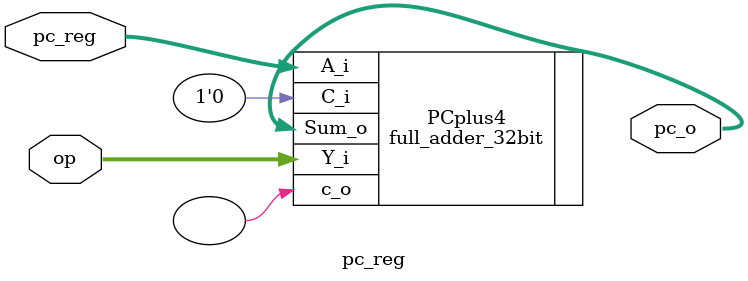
<source format=sv>
module pc_reg (
  input  wire  [31:0]  pc_reg,
  input  wire  [31:0]  op,
  output reg   [31:0]  pc_o
);
  full_adder_32bit PCplus4 (
    .A_i(pc_reg),
    .Y_i(op),
    .C_i(1'b0),
    .Sum_o(pc_o),
    .c_o()
  );

endmodule

</source>
